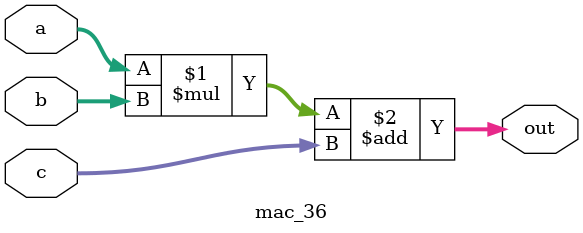
<source format=v>


module mac_36(a, b, c, out);
parameter DATA_WIDTH = 4;  /* declare a parameter. default required */
input [DATA_WIDTH - 1 : 0] a, b, c;
output [DATA_WIDTH - 1 : 0] out;

assign out = a * b + c;

endmodule










</source>
